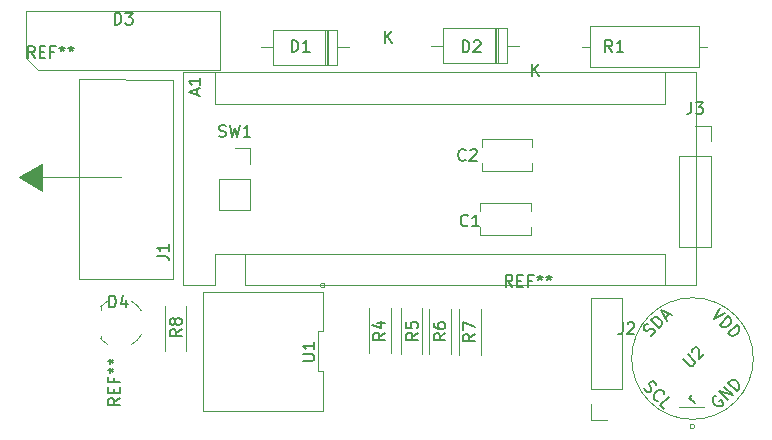
<source format=gto>
%TF.GenerationSoftware,KiCad,Pcbnew,(5.1.8)-1*%
%TF.CreationDate,2021-01-24T12:06:25-05:00*%
%TF.ProjectId,TTS,5454532e-6b69-4636-9164-5f7063625858,rev?*%
%TF.SameCoordinates,Original*%
%TF.FileFunction,Legend,Top*%
%TF.FilePolarity,Positive*%
%FSLAX46Y46*%
G04 Gerber Fmt 4.6, Leading zero omitted, Abs format (unit mm)*
G04 Created by KiCad (PCBNEW (5.1.8)-1) date 2021-01-24 12:06:25*
%MOMM*%
%LPD*%
G01*
G04 APERTURE LIST*
%ADD10C,0.100000*%
%ADD11C,0.120000*%
%ADD12C,0.150000*%
G04 APERTURE END LIST*
D10*
%TO.C,J1*%
G36*
X27952700Y-45923200D02*
G01*
X29857700Y-44780200D01*
X29857700Y-47129700D01*
X27952700Y-45923200D01*
G37*
X27952700Y-45923200D02*
X29857700Y-44780200D01*
X29857700Y-47129700D01*
X27952700Y-45923200D01*
D11*
X32969700Y-37661200D02*
X40970200Y-37668200D01*
X40969700Y-54559200D02*
X40970200Y-37668200D01*
X27925200Y-45923200D02*
X36525200Y-45923200D01*
X32969700Y-54559200D02*
X32969700Y-37661200D01*
X32969700Y-54559200D02*
X40969700Y-54559200D01*
%TO.C,U2*%
X85925428Y-65421118D02*
X83770167Y-65421118D01*
X85137599Y-67037564D02*
G75*
G03*
X85137599Y-67037564I-199999J0D01*
G01*
X90087600Y-61290200D02*
G75*
G03*
X90087600Y-61290200I-5150000J0D01*
G01*
%TO.C,A1*%
X47015400Y-52425600D02*
X44475400Y-52425600D01*
X44475400Y-52425600D02*
X44475400Y-55095600D01*
X47015400Y-55095600D02*
X85245400Y-55095600D01*
X41805400Y-55095600D02*
X44475400Y-55095600D01*
X44475400Y-39725600D02*
X44475400Y-37055600D01*
X44475400Y-39725600D02*
X82575400Y-39725600D01*
X82575400Y-39725600D02*
X82575400Y-37055600D01*
X47015400Y-52425600D02*
X47015400Y-55095600D01*
X47015400Y-52425600D02*
X82575400Y-52425600D01*
X82575400Y-52425600D02*
X82575400Y-55095600D01*
X85245400Y-55095600D02*
X85245400Y-37055600D01*
X85245400Y-37055600D02*
X41805400Y-37055600D01*
X41805400Y-37055600D02*
X41805400Y-55095600D01*
%TO.C,C1*%
X66988000Y-48788800D02*
X66988000Y-48083800D01*
X66988000Y-50823800D02*
X66988000Y-50118800D01*
X71228000Y-48788800D02*
X71228000Y-48083800D01*
X71228000Y-50823800D02*
X71228000Y-50118800D01*
X71228000Y-48083800D02*
X66988000Y-48083800D01*
X71228000Y-50823800D02*
X66988000Y-50823800D01*
%TO.C,C2*%
X71329600Y-45413600D02*
X67089600Y-45413600D01*
X71329600Y-42673600D02*
X67089600Y-42673600D01*
X71329600Y-45413600D02*
X71329600Y-44708600D01*
X71329600Y-43378600D02*
X71329600Y-42673600D01*
X67089600Y-45413600D02*
X67089600Y-44708600D01*
X67089600Y-43378600D02*
X67089600Y-42673600D01*
%TO.C,D3*%
X29488000Y-36840800D02*
X28488000Y-35840800D01*
X28488000Y-35840800D02*
X28488000Y-31840800D01*
X28488000Y-31840800D02*
X44918000Y-31840800D01*
X44918000Y-31840800D02*
X44918000Y-36840800D01*
X44918000Y-36840800D02*
X29488000Y-36840800D01*
D10*
%TO.C,D4*%
X34823600Y-59617600D02*
X34823600Y-59367600D01*
X34823600Y-56917600D02*
X34823600Y-57167600D01*
X37423600Y-56417600D02*
G75*
G02*
X38273600Y-57267600I-1000000J-1850000D01*
G01*
X38273600Y-59267600D02*
G75*
G02*
X37423600Y-60117600I-1850000J1000000D01*
G01*
X34816315Y-56911453D02*
G75*
G02*
X35423600Y-56417600I1607285J-1356147D01*
G01*
X35428133Y-60109215D02*
G75*
G02*
X34823600Y-59617600I995467J1841615D01*
G01*
D11*
%TO.C,R1*%
X85493600Y-36594200D02*
X85493600Y-33154200D01*
X85493600Y-33154200D02*
X76253600Y-33154200D01*
X76253600Y-33154200D02*
X76253600Y-36594200D01*
X76253600Y-36594200D02*
X85493600Y-36594200D01*
X86183600Y-34874200D02*
X85493600Y-34874200D01*
X75563600Y-34874200D02*
X76253600Y-34874200D01*
%TO.C,R8*%
X42093400Y-56830200D02*
X42093400Y-60670200D01*
X40253400Y-56830200D02*
X40253400Y-60670200D01*
%TO.C,U1*%
X53624800Y-55620600D02*
X43504800Y-55620600D01*
X43504800Y-55620600D02*
X43504800Y-65740600D01*
X43504800Y-65740600D02*
X53624800Y-65740600D01*
X53624800Y-65740600D02*
X53624800Y-62367266D01*
X53624800Y-62367266D02*
X53264800Y-62367266D01*
X53264800Y-62367266D02*
X53264800Y-58993934D01*
X53264800Y-58993934D02*
X53624800Y-58993934D01*
X53624800Y-58993934D02*
X53624800Y-55620600D01*
X53844800Y-55092600D02*
G75*
G03*
X53844800Y-55092600I-200000J0D01*
G01*
%TO.C,D1*%
X54086200Y-36395000D02*
X54086200Y-33455000D01*
X53846200Y-36395000D02*
X53846200Y-33455000D01*
X53966200Y-36395000D02*
X53966200Y-33455000D01*
X48406200Y-34925000D02*
X49426200Y-34925000D01*
X55886200Y-34925000D02*
X54866200Y-34925000D01*
X49426200Y-36395000D02*
X54866200Y-36395000D01*
X49426200Y-33455000D02*
X49426200Y-36395000D01*
X54866200Y-33455000D02*
X49426200Y-33455000D01*
X54866200Y-36395000D02*
X54866200Y-33455000D01*
%TO.C,D2*%
X69242600Y-36268000D02*
X69242600Y-33328000D01*
X69242600Y-33328000D02*
X63802600Y-33328000D01*
X63802600Y-33328000D02*
X63802600Y-36268000D01*
X63802600Y-36268000D02*
X69242600Y-36268000D01*
X70262600Y-34798000D02*
X69242600Y-34798000D01*
X62782600Y-34798000D02*
X63802600Y-34798000D01*
X68342600Y-36268000D02*
X68342600Y-33328000D01*
X68222600Y-36268000D02*
X68222600Y-33328000D01*
X68462600Y-36268000D02*
X68462600Y-33328000D01*
%TO.C,J2*%
X79003200Y-63881000D02*
X76343200Y-63881000D01*
X79003200Y-63881000D02*
X79003200Y-56201000D01*
X79003200Y-56201000D02*
X76343200Y-56201000D01*
X76343200Y-63881000D02*
X76343200Y-56201000D01*
X76343200Y-66481000D02*
X76343200Y-65151000D01*
X77673200Y-66481000D02*
X76343200Y-66481000D01*
%TO.C,R4*%
X57576200Y-56982600D02*
X57576200Y-60822600D01*
X59416200Y-56982600D02*
X59416200Y-60822600D01*
%TO.C,R5*%
X62057800Y-57033400D02*
X62057800Y-60873400D01*
X60217800Y-57033400D02*
X60217800Y-60873400D01*
%TO.C,R6*%
X62656200Y-57084200D02*
X62656200Y-60924200D01*
X64496200Y-57084200D02*
X64496200Y-60924200D01*
%TO.C,R7*%
X67036200Y-57135000D02*
X67036200Y-60975000D01*
X65196200Y-57135000D02*
X65196200Y-60975000D01*
%TO.C,SW1*%
X44847200Y-46101000D02*
X47507200Y-46101000D01*
X44847200Y-46101000D02*
X44847200Y-48701000D01*
X44847200Y-48701000D02*
X47507200Y-48701000D01*
X47507200Y-46101000D02*
X47507200Y-48701000D01*
X47507200Y-43501000D02*
X47507200Y-44831000D01*
X46177200Y-43501000D02*
X47507200Y-43501000D01*
%TO.C,J3*%
X85166200Y-41570600D02*
X86496200Y-41570600D01*
X86496200Y-41570600D02*
X86496200Y-42900600D01*
X86496200Y-44170600D02*
X86496200Y-51850600D01*
X83836200Y-51850600D02*
X86496200Y-51850600D01*
X83836200Y-44170600D02*
X83836200Y-51850600D01*
X83836200Y-44170600D02*
X86496200Y-44170600D01*
%TO.C,REF\u002A\u002A*%
D12*
X29248266Y-35825580D02*
X28914933Y-35349390D01*
X28676838Y-35825580D02*
X28676838Y-34825580D01*
X29057790Y-34825580D01*
X29153028Y-34873200D01*
X29200647Y-34920819D01*
X29248266Y-35016057D01*
X29248266Y-35158914D01*
X29200647Y-35254152D01*
X29153028Y-35301771D01*
X29057790Y-35349390D01*
X28676838Y-35349390D01*
X29676838Y-35301771D02*
X30010171Y-35301771D01*
X30153028Y-35825580D02*
X29676838Y-35825580D01*
X29676838Y-34825580D01*
X30153028Y-34825580D01*
X30914933Y-35301771D02*
X30581600Y-35301771D01*
X30581600Y-35825580D02*
X30581600Y-34825580D01*
X31057790Y-34825580D01*
X31581600Y-34825580D02*
X31581600Y-35063676D01*
X31343504Y-34968438D02*
X31581600Y-35063676D01*
X31819695Y-34968438D01*
X31438742Y-35254152D02*
X31581600Y-35063676D01*
X31724457Y-35254152D01*
X32343504Y-34825580D02*
X32343504Y-35063676D01*
X32105409Y-34968438D02*
X32343504Y-35063676D01*
X32581600Y-34968438D01*
X32200647Y-35254152D02*
X32343504Y-35063676D01*
X32486361Y-35254152D01*
%TO.C,J1*%
X39597080Y-52606533D02*
X40311366Y-52606533D01*
X40454223Y-52654152D01*
X40549461Y-52749390D01*
X40597080Y-52892247D01*
X40597080Y-52987485D01*
X40597080Y-51606533D02*
X40597080Y-52177961D01*
X40597080Y-51892247D02*
X39597080Y-51892247D01*
X39739938Y-51987485D01*
X39835176Y-52082723D01*
X39882795Y-52177961D01*
%TO.C,REF\u002A\u002A*%
X36453180Y-64630133D02*
X35976990Y-64963466D01*
X36453180Y-65201561D02*
X35453180Y-65201561D01*
X35453180Y-64820609D01*
X35500800Y-64725371D01*
X35548419Y-64677752D01*
X35643657Y-64630133D01*
X35786514Y-64630133D01*
X35881752Y-64677752D01*
X35929371Y-64725371D01*
X35976990Y-64820609D01*
X35976990Y-65201561D01*
X35929371Y-64201561D02*
X35929371Y-63868228D01*
X36453180Y-63725371D02*
X36453180Y-64201561D01*
X35453180Y-64201561D01*
X35453180Y-63725371D01*
X35929371Y-62963466D02*
X35929371Y-63296800D01*
X36453180Y-63296800D02*
X35453180Y-63296800D01*
X35453180Y-62820609D01*
X35453180Y-62296800D02*
X35691276Y-62296800D01*
X35596038Y-62534895D02*
X35691276Y-62296800D01*
X35596038Y-62058704D01*
X35881752Y-62439657D02*
X35691276Y-62296800D01*
X35881752Y-62153942D01*
X35453180Y-61534895D02*
X35691276Y-61534895D01*
X35596038Y-61772990D02*
X35691276Y-61534895D01*
X35596038Y-61296800D01*
X35881752Y-61677752D02*
X35691276Y-61534895D01*
X35881752Y-61392038D01*
X69685066Y-55205780D02*
X69351733Y-54729590D01*
X69113638Y-55205780D02*
X69113638Y-54205780D01*
X69494590Y-54205780D01*
X69589828Y-54253400D01*
X69637447Y-54301019D01*
X69685066Y-54396257D01*
X69685066Y-54539114D01*
X69637447Y-54634352D01*
X69589828Y-54681971D01*
X69494590Y-54729590D01*
X69113638Y-54729590D01*
X70113638Y-54681971D02*
X70446971Y-54681971D01*
X70589828Y-55205780D02*
X70113638Y-55205780D01*
X70113638Y-54205780D01*
X70589828Y-54205780D01*
X71351733Y-54681971D02*
X71018400Y-54681971D01*
X71018400Y-55205780D02*
X71018400Y-54205780D01*
X71494590Y-54205780D01*
X72018400Y-54205780D02*
X72018400Y-54443876D01*
X71780304Y-54348638D02*
X72018400Y-54443876D01*
X72256495Y-54348638D01*
X71875542Y-54634352D02*
X72018400Y-54443876D01*
X72161257Y-54634352D01*
X72780304Y-54205780D02*
X72780304Y-54443876D01*
X72542209Y-54348638D02*
X72780304Y-54443876D01*
X73018400Y-54348638D01*
X72637447Y-54634352D02*
X72780304Y-54443876D01*
X72923161Y-54634352D01*
%TO.C,U2*%
X84119389Y-61333959D02*
X84691809Y-61906379D01*
X84792824Y-61940051D01*
X84860168Y-61940051D01*
X84961183Y-61906379D01*
X85095870Y-61771692D01*
X85129542Y-61670677D01*
X85129542Y-61603333D01*
X85095870Y-61502318D01*
X84523450Y-60929898D01*
X84893840Y-60694196D02*
X84893840Y-60626853D01*
X84927511Y-60525837D01*
X85095870Y-60357479D01*
X85196885Y-60323807D01*
X85264229Y-60323807D01*
X85365244Y-60357479D01*
X85432588Y-60424822D01*
X85499931Y-60559509D01*
X85499931Y-61367631D01*
X85937664Y-60929898D01*
X86918980Y-64438879D02*
X86817965Y-64472551D01*
X86716950Y-64573566D01*
X86649606Y-64708253D01*
X86649606Y-64842940D01*
X86683278Y-64943955D01*
X86784293Y-65112314D01*
X86885308Y-65213329D01*
X87053667Y-65314345D01*
X87154682Y-65348016D01*
X87289369Y-65348016D01*
X87424056Y-65280673D01*
X87491400Y-65213329D01*
X87558743Y-65078642D01*
X87558743Y-65011299D01*
X87323041Y-64775597D01*
X87188354Y-64910284D01*
X87929133Y-64775597D02*
X87222026Y-64068490D01*
X88333194Y-64371536D01*
X87626087Y-63664429D01*
X88669911Y-64034818D02*
X87962804Y-63327711D01*
X88131163Y-63159353D01*
X88265850Y-63092009D01*
X88400537Y-63092009D01*
X88501552Y-63125681D01*
X88669911Y-63226696D01*
X88770926Y-63327711D01*
X88871942Y-63496070D01*
X88905613Y-63597085D01*
X88905613Y-63731772D01*
X88838270Y-63866459D01*
X88669911Y-64034818D01*
X87255698Y-56996680D02*
X86784293Y-57939489D01*
X87727102Y-57468085D01*
X87255698Y-58410894D02*
X87962804Y-57703787D01*
X88131163Y-57872146D01*
X88198507Y-58006833D01*
X88198507Y-58141520D01*
X88164835Y-58242535D01*
X88063820Y-58410894D01*
X87962804Y-58511909D01*
X87794446Y-58612924D01*
X87693430Y-58646596D01*
X87558743Y-58646596D01*
X87424056Y-58579253D01*
X87255698Y-58410894D01*
X87962804Y-59118001D02*
X88669911Y-58410894D01*
X88838270Y-58579253D01*
X88905613Y-58713940D01*
X88905613Y-58848627D01*
X88871942Y-58949642D01*
X88770926Y-59118001D01*
X88669911Y-59219016D01*
X88501552Y-59320031D01*
X88400537Y-59353703D01*
X88265850Y-59353703D01*
X88131163Y-59286359D01*
X87962804Y-59118001D01*
X80846111Y-63787903D02*
X80913454Y-63922590D01*
X81081813Y-64090948D01*
X81182828Y-64124620D01*
X81250172Y-64124620D01*
X81351187Y-64090948D01*
X81418531Y-64023605D01*
X81452202Y-63922590D01*
X81452202Y-63855246D01*
X81418531Y-63754231D01*
X81317515Y-63585872D01*
X81283844Y-63484857D01*
X81283844Y-63417513D01*
X81317515Y-63316498D01*
X81384859Y-63249155D01*
X81485874Y-63215483D01*
X81553218Y-63215483D01*
X81654233Y-63249155D01*
X81822592Y-63417513D01*
X81889935Y-63552200D01*
X81990950Y-64865399D02*
X81923607Y-64865399D01*
X81788920Y-64798055D01*
X81721576Y-64730712D01*
X81654233Y-64596025D01*
X81654233Y-64461338D01*
X81687905Y-64360322D01*
X81788920Y-64191964D01*
X81889935Y-64090948D01*
X82058294Y-63989933D01*
X82159309Y-63956261D01*
X82293996Y-63956261D01*
X82428683Y-64023605D01*
X82496027Y-64090948D01*
X82563370Y-64225635D01*
X82563370Y-64292979D01*
X82563370Y-65572505D02*
X82226653Y-65235788D01*
X82933759Y-64528681D01*
X81401695Y-59381752D02*
X81536382Y-59314409D01*
X81704740Y-59146050D01*
X81738412Y-59045035D01*
X81738412Y-58977691D01*
X81704740Y-58876676D01*
X81637397Y-58809332D01*
X81536382Y-58775661D01*
X81469038Y-58775661D01*
X81368023Y-58809332D01*
X81199664Y-58910348D01*
X81098649Y-58944019D01*
X81031305Y-58944019D01*
X80930290Y-58910348D01*
X80862947Y-58843004D01*
X80829275Y-58741989D01*
X80829275Y-58674645D01*
X80862947Y-58573630D01*
X81031305Y-58405271D01*
X81165992Y-58337928D01*
X82142473Y-58708317D02*
X81435366Y-58001210D01*
X81603725Y-57832851D01*
X81738412Y-57765508D01*
X81873099Y-57765508D01*
X81974115Y-57799180D01*
X82142473Y-57900195D01*
X82243489Y-58001210D01*
X82344504Y-58169569D01*
X82378176Y-58270584D01*
X82378176Y-58405271D01*
X82310832Y-58539958D01*
X82142473Y-58708317D01*
X82613878Y-57832851D02*
X82950595Y-57496134D01*
X82748565Y-58102225D02*
X82277160Y-57159416D01*
X83219969Y-57630821D01*
X85117171Y-65073086D02*
X84645766Y-64601681D01*
X84780453Y-64736368D02*
X84746781Y-64635353D01*
X84746781Y-64568009D01*
X84780453Y-64466994D01*
X84847797Y-64399651D01*
%TO.C,A1*%
X42991066Y-38966685D02*
X42991066Y-38490495D01*
X43276780Y-39061923D02*
X42276780Y-38728590D01*
X43276780Y-38395257D01*
X43276780Y-37538114D02*
X43276780Y-38109542D01*
X43276780Y-37823828D02*
X42276780Y-37823828D01*
X42419638Y-37919066D01*
X42514876Y-38014304D01*
X42562495Y-38109542D01*
%TO.C,C1*%
X65924133Y-50014142D02*
X65876514Y-50061761D01*
X65733657Y-50109380D01*
X65638419Y-50109380D01*
X65495561Y-50061761D01*
X65400323Y-49966523D01*
X65352704Y-49871285D01*
X65305085Y-49680809D01*
X65305085Y-49537952D01*
X65352704Y-49347476D01*
X65400323Y-49252238D01*
X65495561Y-49157000D01*
X65638419Y-49109380D01*
X65733657Y-49109380D01*
X65876514Y-49157000D01*
X65924133Y-49204619D01*
X66876514Y-50109380D02*
X66305085Y-50109380D01*
X66590800Y-50109380D02*
X66590800Y-49109380D01*
X66495561Y-49252238D01*
X66400323Y-49347476D01*
X66305085Y-49395095D01*
%TO.C,C2*%
X65720933Y-44451542D02*
X65673314Y-44499161D01*
X65530457Y-44546780D01*
X65435219Y-44546780D01*
X65292361Y-44499161D01*
X65197123Y-44403923D01*
X65149504Y-44308685D01*
X65101885Y-44118209D01*
X65101885Y-43975352D01*
X65149504Y-43784876D01*
X65197123Y-43689638D01*
X65292361Y-43594400D01*
X65435219Y-43546780D01*
X65530457Y-43546780D01*
X65673314Y-43594400D01*
X65720933Y-43642019D01*
X66101885Y-43642019D02*
X66149504Y-43594400D01*
X66244742Y-43546780D01*
X66482838Y-43546780D01*
X66578076Y-43594400D01*
X66625695Y-43642019D01*
X66673314Y-43737257D01*
X66673314Y-43832495D01*
X66625695Y-43975352D01*
X66054266Y-44546780D01*
X66673314Y-44546780D01*
%TO.C,D3*%
X36015704Y-33015180D02*
X36015704Y-32015180D01*
X36253800Y-32015180D01*
X36396657Y-32062800D01*
X36491895Y-32158038D01*
X36539514Y-32253276D01*
X36587133Y-32443752D01*
X36587133Y-32586609D01*
X36539514Y-32777085D01*
X36491895Y-32872323D01*
X36396657Y-32967561D01*
X36253800Y-33015180D01*
X36015704Y-33015180D01*
X36920466Y-32015180D02*
X37539514Y-32015180D01*
X37206180Y-32396133D01*
X37349038Y-32396133D01*
X37444276Y-32443752D01*
X37491895Y-32491371D01*
X37539514Y-32586609D01*
X37539514Y-32824704D01*
X37491895Y-32919942D01*
X37444276Y-32967561D01*
X37349038Y-33015180D01*
X37063323Y-33015180D01*
X36968085Y-32967561D01*
X36920466Y-32919942D01*
%TO.C,D4*%
X35558504Y-56967380D02*
X35558504Y-55967380D01*
X35796600Y-55967380D01*
X35939457Y-56015000D01*
X36034695Y-56110238D01*
X36082314Y-56205476D01*
X36129933Y-56395952D01*
X36129933Y-56538809D01*
X36082314Y-56729285D01*
X36034695Y-56824523D01*
X35939457Y-56919761D01*
X35796600Y-56967380D01*
X35558504Y-56967380D01*
X36987076Y-56300714D02*
X36987076Y-56967380D01*
X36748980Y-55919761D02*
X36510885Y-56634047D01*
X37129933Y-56634047D01*
%TO.C,R1*%
X78141533Y-35326580D02*
X77808200Y-34850390D01*
X77570104Y-35326580D02*
X77570104Y-34326580D01*
X77951057Y-34326580D01*
X78046295Y-34374200D01*
X78093914Y-34421819D01*
X78141533Y-34517057D01*
X78141533Y-34659914D01*
X78093914Y-34755152D01*
X78046295Y-34802771D01*
X77951057Y-34850390D01*
X77570104Y-34850390D01*
X79093914Y-35326580D02*
X78522485Y-35326580D01*
X78808200Y-35326580D02*
X78808200Y-34326580D01*
X78712961Y-34469438D01*
X78617723Y-34564676D01*
X78522485Y-34612295D01*
%TO.C,R8*%
X41676580Y-58815266D02*
X41200390Y-59148600D01*
X41676580Y-59386695D02*
X40676580Y-59386695D01*
X40676580Y-59005742D01*
X40724200Y-58910504D01*
X40771819Y-58862885D01*
X40867057Y-58815266D01*
X41009914Y-58815266D01*
X41105152Y-58862885D01*
X41152771Y-58910504D01*
X41200390Y-59005742D01*
X41200390Y-59386695D01*
X41105152Y-58243838D02*
X41057533Y-58339076D01*
X41009914Y-58386695D01*
X40914676Y-58434314D01*
X40867057Y-58434314D01*
X40771819Y-58386695D01*
X40724200Y-58339076D01*
X40676580Y-58243838D01*
X40676580Y-58053361D01*
X40724200Y-57958123D01*
X40771819Y-57910504D01*
X40867057Y-57862885D01*
X40914676Y-57862885D01*
X41009914Y-57910504D01*
X41057533Y-57958123D01*
X41105152Y-58053361D01*
X41105152Y-58243838D01*
X41152771Y-58339076D01*
X41200390Y-58386695D01*
X41295628Y-58434314D01*
X41486104Y-58434314D01*
X41581342Y-58386695D01*
X41628961Y-58339076D01*
X41676580Y-58243838D01*
X41676580Y-58053361D01*
X41628961Y-57958123D01*
X41581342Y-57910504D01*
X41486104Y-57862885D01*
X41295628Y-57862885D01*
X41200390Y-57910504D01*
X41152771Y-57958123D01*
X41105152Y-58053361D01*
%TO.C,U1*%
X51928780Y-61493304D02*
X52738304Y-61493304D01*
X52833542Y-61445685D01*
X52881161Y-61398066D01*
X52928780Y-61302828D01*
X52928780Y-61112352D01*
X52881161Y-61017114D01*
X52833542Y-60969495D01*
X52738304Y-60921876D01*
X51928780Y-60921876D01*
X52928780Y-59921876D02*
X52928780Y-60493304D01*
X52928780Y-60207590D02*
X51928780Y-60207590D01*
X52071638Y-60302828D01*
X52166876Y-60398066D01*
X52214495Y-60493304D01*
%TO.C,D1*%
X51001704Y-35326580D02*
X51001704Y-34326580D01*
X51239800Y-34326580D01*
X51382657Y-34374200D01*
X51477895Y-34469438D01*
X51525514Y-34564676D01*
X51573133Y-34755152D01*
X51573133Y-34898009D01*
X51525514Y-35088485D01*
X51477895Y-35183723D01*
X51382657Y-35278961D01*
X51239800Y-35326580D01*
X51001704Y-35326580D01*
X52525514Y-35326580D02*
X51954085Y-35326580D01*
X52239800Y-35326580D02*
X52239800Y-34326580D01*
X52144561Y-34469438D01*
X52049323Y-34564676D01*
X51954085Y-34612295D01*
X58894695Y-34564580D02*
X58894695Y-33564580D01*
X59466123Y-34564580D02*
X59037552Y-33993152D01*
X59466123Y-33564580D02*
X58894695Y-34136009D01*
%TO.C,D2*%
X65479704Y-35351980D02*
X65479704Y-34351980D01*
X65717800Y-34351980D01*
X65860657Y-34399600D01*
X65955895Y-34494838D01*
X66003514Y-34590076D01*
X66051133Y-34780552D01*
X66051133Y-34923409D01*
X66003514Y-35113885D01*
X65955895Y-35209123D01*
X65860657Y-35304361D01*
X65717800Y-35351980D01*
X65479704Y-35351980D01*
X66432085Y-34447219D02*
X66479704Y-34399600D01*
X66574942Y-34351980D01*
X66813038Y-34351980D01*
X66908276Y-34399600D01*
X66955895Y-34447219D01*
X67003514Y-34542457D01*
X67003514Y-34637695D01*
X66955895Y-34780552D01*
X66384466Y-35351980D01*
X67003514Y-35351980D01*
X71340695Y-37350380D02*
X71340695Y-36350380D01*
X71912123Y-37350380D02*
X71483552Y-36778952D01*
X71912123Y-36350380D02*
X71340695Y-36921809D01*
%TO.C,J2*%
X79016266Y-58227980D02*
X79016266Y-58942266D01*
X78968647Y-59085123D01*
X78873409Y-59180361D01*
X78730552Y-59227980D01*
X78635314Y-59227980D01*
X79444838Y-58323219D02*
X79492457Y-58275600D01*
X79587695Y-58227980D01*
X79825790Y-58227980D01*
X79921028Y-58275600D01*
X79968647Y-58323219D01*
X80016266Y-58418457D01*
X80016266Y-58513695D01*
X79968647Y-58656552D01*
X79397219Y-59227980D01*
X80016266Y-59227980D01*
%TO.C,R4*%
X58892781Y-59110265D02*
X58416591Y-59443599D01*
X58892781Y-59681694D02*
X57892781Y-59681694D01*
X57892781Y-59300741D01*
X57940401Y-59205503D01*
X57988020Y-59157884D01*
X58083258Y-59110265D01*
X58226115Y-59110265D01*
X58321353Y-59157884D01*
X58368972Y-59205503D01*
X58416591Y-59300741D01*
X58416591Y-59681694D01*
X58226115Y-58253122D02*
X58892781Y-58253122D01*
X57845162Y-58491218D02*
X58559448Y-58729313D01*
X58559448Y-58110265D01*
%TO.C,R5*%
X61691780Y-59120066D02*
X61215590Y-59453400D01*
X61691780Y-59691495D02*
X60691780Y-59691495D01*
X60691780Y-59310542D01*
X60739400Y-59215304D01*
X60787019Y-59167685D01*
X60882257Y-59120066D01*
X61025114Y-59120066D01*
X61120352Y-59167685D01*
X61167971Y-59215304D01*
X61215590Y-59310542D01*
X61215590Y-59691495D01*
X60691780Y-58215304D02*
X60691780Y-58691495D01*
X61167971Y-58739114D01*
X61120352Y-58691495D01*
X61072733Y-58596257D01*
X61072733Y-58358161D01*
X61120352Y-58262923D01*
X61167971Y-58215304D01*
X61263209Y-58167685D01*
X61501304Y-58167685D01*
X61596542Y-58215304D01*
X61644161Y-58262923D01*
X61691780Y-58358161D01*
X61691780Y-58596257D01*
X61644161Y-58691495D01*
X61596542Y-58739114D01*
%TO.C,R6*%
X64023581Y-59157465D02*
X63547391Y-59490799D01*
X64023581Y-59728894D02*
X63023581Y-59728894D01*
X63023581Y-59347941D01*
X63071201Y-59252703D01*
X63118820Y-59205084D01*
X63214058Y-59157465D01*
X63356915Y-59157465D01*
X63452153Y-59205084D01*
X63499772Y-59252703D01*
X63547391Y-59347941D01*
X63547391Y-59728894D01*
X63023581Y-58300322D02*
X63023581Y-58490799D01*
X63071201Y-58586037D01*
X63118820Y-58633656D01*
X63261677Y-58728894D01*
X63452153Y-58776513D01*
X63833105Y-58776513D01*
X63928343Y-58728894D01*
X63975962Y-58681275D01*
X64023581Y-58586037D01*
X64023581Y-58395560D01*
X63975962Y-58300322D01*
X63928343Y-58252703D01*
X63833105Y-58205084D01*
X63595010Y-58205084D01*
X63499772Y-58252703D01*
X63452153Y-58300322D01*
X63404534Y-58395560D01*
X63404534Y-58586037D01*
X63452153Y-58681275D01*
X63499772Y-58728894D01*
X63595010Y-58776513D01*
%TO.C,R7*%
X66525981Y-59207865D02*
X66049791Y-59541199D01*
X66525981Y-59779294D02*
X65525981Y-59779294D01*
X65525981Y-59398341D01*
X65573601Y-59303103D01*
X65621220Y-59255484D01*
X65716458Y-59207865D01*
X65859315Y-59207865D01*
X65954553Y-59255484D01*
X66002172Y-59303103D01*
X66049791Y-59398341D01*
X66049791Y-59779294D01*
X65525981Y-58874532D02*
X65525981Y-58207865D01*
X66525981Y-58636437D01*
%TO.C,SW1*%
X44843866Y-42465761D02*
X44986723Y-42513380D01*
X45224819Y-42513380D01*
X45320057Y-42465761D01*
X45367676Y-42418142D01*
X45415295Y-42322904D01*
X45415295Y-42227666D01*
X45367676Y-42132428D01*
X45320057Y-42084809D01*
X45224819Y-42037190D01*
X45034342Y-41989571D01*
X44939104Y-41941952D01*
X44891485Y-41894333D01*
X44843866Y-41799095D01*
X44843866Y-41703857D01*
X44891485Y-41608619D01*
X44939104Y-41561000D01*
X45034342Y-41513380D01*
X45272438Y-41513380D01*
X45415295Y-41561000D01*
X45748628Y-41513380D02*
X45986723Y-42513380D01*
X46177200Y-41799095D01*
X46367676Y-42513380D01*
X46605771Y-41513380D01*
X47510533Y-42513380D02*
X46939104Y-42513380D01*
X47224819Y-42513380D02*
X47224819Y-41513380D01*
X47129580Y-41656238D01*
X47034342Y-41751476D01*
X46939104Y-41799095D01*
%TO.C,J3*%
X84832866Y-39582980D02*
X84832866Y-40297266D01*
X84785247Y-40440123D01*
X84690009Y-40535361D01*
X84547152Y-40582980D01*
X84451914Y-40582980D01*
X85213819Y-39582980D02*
X85832866Y-39582980D01*
X85499533Y-39963933D01*
X85642390Y-39963933D01*
X85737628Y-40011552D01*
X85785247Y-40059171D01*
X85832866Y-40154409D01*
X85832866Y-40392504D01*
X85785247Y-40487742D01*
X85737628Y-40535361D01*
X85642390Y-40582980D01*
X85356676Y-40582980D01*
X85261438Y-40535361D01*
X85213819Y-40487742D01*
%TD*%
M02*

</source>
